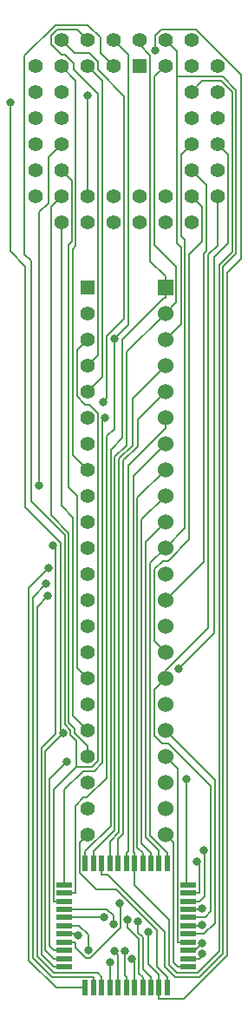
<source format=gbr>
%TF.GenerationSoftware,KiCad,Pcbnew,(6.0.4)*%
%TF.CreationDate,2022-05-05T12:14:13+01:00*%
%TF.ProjectId,LCC-QFP-44-to-DIL,4c43432d-5146-4502-9d34-342d746f2d44,rev?*%
%TF.SameCoordinates,Original*%
%TF.FileFunction,Copper,L1,Top*%
%TF.FilePolarity,Positive*%
%FSLAX46Y46*%
G04 Gerber Fmt 4.6, Leading zero omitted, Abs format (unit mm)*
G04 Created by KiCad (PCBNEW (6.0.4)) date 2022-05-05 12:14:13*
%MOMM*%
%LPD*%
G01*
G04 APERTURE LIST*
%TA.AperFunction,SMDPad,CuDef*%
%ADD10R,1.500000X0.520000*%
%TD*%
%TA.AperFunction,SMDPad,CuDef*%
%ADD11R,0.520000X1.500000*%
%TD*%
%TA.AperFunction,ComponentPad*%
%ADD12R,1.422400X1.422400*%
%TD*%
%TA.AperFunction,ComponentPad*%
%ADD13C,1.422400*%
%TD*%
%TA.AperFunction,ComponentPad*%
%ADD14R,1.524000X1.524000*%
%TD*%
%TA.AperFunction,ComponentPad*%
%ADD15C,1.524000*%
%TD*%
%TA.AperFunction,ViaPad*%
%ADD16C,0.800000*%
%TD*%
%TA.AperFunction,Conductor*%
%ADD17C,0.200000*%
%TD*%
G04 APERTURE END LIST*
D10*
%TO.P,IC2,1,PIN1*%
%TO.N,/PIN01*%
X134920000Y-150940000D03*
%TO.P,IC2,2,PIN2*%
%TO.N,/PIN02*%
X134920000Y-151740000D03*
%TO.P,IC2,3,PIN3*%
%TO.N,/PIN03*%
X134920000Y-152540000D03*
%TO.P,IC2,4,PIN4*%
%TO.N,/PIN04*%
X134920000Y-153340000D03*
%TO.P,IC2,5,PIN5*%
%TO.N,/PIN05*%
X134920000Y-154140000D03*
%TO.P,IC2,6,PIN6*%
%TO.N,/PIN06*%
X134920000Y-154940000D03*
%TO.P,IC2,7,PIN7*%
%TO.N,/PIN07*%
X134920000Y-155740000D03*
%TO.P,IC2,8,PIN8*%
%TO.N,/PIN08*%
X134920000Y-156540000D03*
%TO.P,IC2,9,PIN9*%
%TO.N,/PIN09*%
X134920000Y-157340000D03*
%TO.P,IC2,10,PIN10*%
%TO.N,/PIN10*%
X134920000Y-158140000D03*
%TO.P,IC2,11,PIN11*%
%TO.N,/PIN11*%
X134920000Y-158940000D03*
D11*
%TO.P,IC2,12,PIN12*%
%TO.N,/PIN12*%
X136970000Y-160990000D03*
%TO.P,IC2,13,PIN13*%
%TO.N,/PIN13*%
X137770000Y-160990000D03*
%TO.P,IC2,14,PIN14*%
%TO.N,/PIN14*%
X138570000Y-160990000D03*
%TO.P,IC2,15,PIN15*%
%TO.N,/PIN15*%
X139370000Y-160990000D03*
%TO.P,IC2,16,PIN16*%
%TO.N,/PIN16*%
X140170000Y-160990000D03*
%TO.P,IC2,17,PIN17*%
%TO.N,/PIN17*%
X140970000Y-160990000D03*
%TO.P,IC2,18,PIN18*%
%TO.N,/PIN18*%
X141770000Y-160990000D03*
%TO.P,IC2,19,PIN19*%
%TO.N,/PIN19*%
X142570000Y-160990000D03*
%TO.P,IC2,20,PIN20*%
%TO.N,/PIN20*%
X143370000Y-160990000D03*
%TO.P,IC2,21,PIN21*%
%TO.N,/PIN21*%
X144170000Y-160990000D03*
%TO.P,IC2,22,PIN22*%
%TO.N,/PIN22*%
X144970000Y-160990000D03*
D10*
%TO.P,IC2,23,PIN23*%
%TO.N,/PIN23*%
X147020000Y-158940000D03*
%TO.P,IC2,24,PIN24*%
%TO.N,/PIN24*%
X147020000Y-158140000D03*
%TO.P,IC2,25,PIN25*%
%TO.N,/PIN25*%
X147020000Y-157340000D03*
%TO.P,IC2,26,PIN26*%
%TO.N,/PIN26*%
X147020000Y-156540000D03*
%TO.P,IC2,27,PIN27*%
%TO.N,/PIN27*%
X147020000Y-155740000D03*
%TO.P,IC2,28,PIN28*%
%TO.N,/PIN28*%
X147020000Y-154940000D03*
%TO.P,IC2,29,PIN29*%
%TO.N,/PIN29*%
X147020000Y-154140000D03*
%TO.P,IC2,30,PIN30*%
%TO.N,/PIN30*%
X147020000Y-153340000D03*
%TO.P,IC2,31,PIN31*%
%TO.N,/PIN31*%
X147020000Y-152540000D03*
%TO.P,IC2,32,PIN32*%
%TO.N,/PIN32*%
X147020000Y-151740000D03*
%TO.P,IC2,33,PIN33*%
%TO.N,/PIN33*%
X147020000Y-150940000D03*
D11*
%TO.P,IC2,34,PIN34*%
%TO.N,/PIN34*%
X144970000Y-148890000D03*
%TO.P,IC2,35,PIN35*%
%TO.N,/PIN35*%
X144170000Y-148890000D03*
%TO.P,IC2,36,PIN36*%
%TO.N,/PIN36*%
X143370000Y-148890000D03*
%TO.P,IC2,37,PIN37*%
%TO.N,/PIN37*%
X142570000Y-148890000D03*
%TO.P,IC2,38,PIN38*%
%TO.N,/PIN38*%
X141770000Y-148890000D03*
%TO.P,IC2,39,PIN39*%
%TO.N,/PIN39*%
X140970000Y-148890000D03*
%TO.P,IC2,40,PIN40*%
%TO.N,/PIN40*%
X140170000Y-148890000D03*
%TO.P,IC2,41,PIN41*%
%TO.N,/PIN41*%
X139370000Y-148890000D03*
%TO.P,IC2,42,PIN42*%
%TO.N,/PIN42*%
X138570000Y-148890000D03*
%TO.P,IC2,43,PIN43*%
%TO.N,/PIN43*%
X137770000Y-148890000D03*
%TO.P,IC2,44,PIN44*%
%TO.N,/PIN44*%
X136970000Y-148890000D03*
%TD*%
D12*
%TO.P,IC1,1,PIN1*%
%TO.N,/PIN01*%
X142240000Y-71120000D03*
D13*
%TO.P,IC1,2,PIN2*%
%TO.N,/PIN02*%
X139700000Y-68580000D03*
%TO.P,IC1,3,PIN3*%
%TO.N,/PIN03*%
X139700000Y-71120000D03*
%TO.P,IC1,4,PIN4*%
%TO.N,/PIN04*%
X137160000Y-68580000D03*
%TO.P,IC1,5,PIN5*%
%TO.N,/PIN05*%
X137160000Y-71120000D03*
%TO.P,IC1,6,PIN6*%
%TO.N,/PIN06*%
X134620000Y-68580000D03*
%TO.P,IC1,7,PIN7*%
%TO.N,/PIN07*%
X132080000Y-71120000D03*
%TO.P,IC1,8,PIN8*%
%TO.N,/PIN08*%
X134620000Y-71120000D03*
%TO.P,IC1,9,PIN9*%
%TO.N,/PIN09*%
X132080000Y-73660000D03*
%TO.P,IC1,10,PIN10*%
%TO.N,/PIN10*%
X134620000Y-73660000D03*
%TO.P,IC1,11,PIN11*%
%TO.N,/PIN11*%
X132080000Y-76200000D03*
%TO.P,IC1,12,PIN12*%
%TO.N,/PIN12*%
X134620000Y-76200000D03*
%TO.P,IC1,13,PIN13*%
%TO.N,/PIN13*%
X132080000Y-78740000D03*
%TO.P,IC1,14,PIN14*%
%TO.N,/PIN14*%
X134620000Y-78740000D03*
%TO.P,IC1,15,PIN15*%
%TO.N,/PIN15*%
X132080000Y-81280000D03*
%TO.P,IC1,16,PIN16*%
%TO.N,/PIN16*%
X134620000Y-81280000D03*
%TO.P,IC1,17,PIN17*%
%TO.N,/PIN17*%
X132080000Y-83820000D03*
%TO.P,IC1,18,PIN18*%
%TO.N,/PIN18*%
X134620000Y-86360000D03*
%TO.P,IC1,19,PIN19*%
%TO.N,/PIN19*%
X134620000Y-83820000D03*
%TO.P,IC1,20,PIN20*%
%TO.N,/PIN20*%
X137160000Y-86360000D03*
%TO.P,IC1,21,PIN21*%
%TO.N,/PIN21*%
X137160000Y-83820000D03*
%TO.P,IC1,22,PIN22*%
%TO.N,/PIN22*%
X139700000Y-86360000D03*
%TO.P,IC1,23,PIN23*%
%TO.N,/PIN23*%
X139700000Y-83820000D03*
%TO.P,IC1,24,PIN24*%
%TO.N,/PIN24*%
X142240000Y-86360000D03*
%TO.P,IC1,25,PIN25*%
%TO.N,/PIN25*%
X142240000Y-83820000D03*
%TO.P,IC1,26,PIN26*%
%TO.N,/PIN26*%
X144780000Y-86360000D03*
%TO.P,IC1,27,PIN27*%
%TO.N,/PIN27*%
X144780000Y-83820000D03*
%TO.P,IC1,28,PIN28*%
%TO.N,/PIN28*%
X147320000Y-86360000D03*
%TO.P,IC1,29,PIN29*%
%TO.N,/PIN29*%
X149860000Y-83820000D03*
%TO.P,IC1,30,PIN30*%
%TO.N,/PIN30*%
X147320000Y-83820000D03*
%TO.P,IC1,31,PIN31*%
%TO.N,/PIN31*%
X149860000Y-81280000D03*
%TO.P,IC1,32,PIN32*%
%TO.N,/PIN32*%
X147320000Y-81280000D03*
%TO.P,IC1,33,PIN33*%
%TO.N,/PIN33*%
X149860000Y-78740000D03*
%TO.P,IC1,34,PIN34*%
%TO.N,/PIN34*%
X147320000Y-78740000D03*
%TO.P,IC1,35,PIN35*%
%TO.N,/PIN35*%
X149860000Y-76200000D03*
%TO.P,IC1,36,PIN36*%
%TO.N,/PIN36*%
X147320000Y-76200000D03*
%TO.P,IC1,37,PIN37*%
%TO.N,/PIN37*%
X149860000Y-73660000D03*
%TO.P,IC1,38,PIN38*%
%TO.N,/PIN38*%
X147320000Y-73660000D03*
%TO.P,IC1,39,PIN39*%
%TO.N,/PIN39*%
X149860000Y-71120000D03*
%TO.P,IC1,40,PIN40*%
%TO.N,/PIN40*%
X147320000Y-68580000D03*
%TO.P,IC1,41,PIN41*%
%TO.N,/PIN41*%
X147320000Y-71120000D03*
%TO.P,IC1,42,PIN42*%
%TO.N,/PIN42*%
X144780000Y-68580000D03*
%TO.P,IC1,43,PIN43*%
%TO.N,/PIN43*%
X144780000Y-71120000D03*
%TO.P,IC1,44,PIN44*%
%TO.N,/PIN44*%
X142240000Y-68580000D03*
%TD*%
D12*
%TO.P,J1-22,1,Pin_1*%
%TO.N,/PIN01*%
X137160000Y-92710000D03*
D13*
%TO.P,J1-22,2,Pin_2*%
%TO.N,/PIN02*%
X137160000Y-95250000D03*
%TO.P,J1-22,3,Pin_3*%
%TO.N,/PIN03*%
X137160000Y-97790000D03*
%TO.P,J1-22,4,Pin_4*%
%TO.N,/PIN04*%
X137160000Y-100330000D03*
%TO.P,J1-22,5,Pin_5*%
%TO.N,/PIN05*%
X137160000Y-102870000D03*
%TO.P,J1-22,6,Pin_6*%
%TO.N,/PIN06*%
X137160000Y-105410000D03*
%TO.P,J1-22,7,Pin_7*%
%TO.N,/PIN07*%
X137160000Y-107950000D03*
%TO.P,J1-22,8,Pin_8*%
%TO.N,/PIN08*%
X137160000Y-110490000D03*
%TO.P,J1-22,9,Pin_9*%
%TO.N,/PIN09*%
X137160000Y-113030000D03*
%TO.P,J1-22,10,Pin_10*%
%TO.N,/PIN10*%
X137160000Y-115570000D03*
%TO.P,J1-22,11,Pin_11*%
%TO.N,/PIN11*%
X137160000Y-118110000D03*
%TO.P,J1-22,12,Pin_12*%
%TO.N,/PIN12*%
X137160000Y-120650000D03*
%TO.P,J1-22,13,Pin_13*%
%TO.N,/PIN13*%
X137160000Y-123190000D03*
%TO.P,J1-22,14,Pin_14*%
%TO.N,/PIN14*%
X137160000Y-125730000D03*
%TO.P,J1-22,15,Pin_15*%
%TO.N,/PIN15*%
X137160000Y-128270000D03*
%TO.P,J1-22,16,Pin_16*%
%TO.N,/PIN16*%
X137160000Y-130810000D03*
%TO.P,J1-22,17,Pin_17*%
%TO.N,/PIN17*%
X137160000Y-133350000D03*
%TO.P,J1-22,18,Pin_18*%
%TO.N,/PIN18*%
X137160000Y-135890000D03*
%TO.P,J1-22,19,Pin_19*%
%TO.N,/PIN19*%
X137160000Y-138430000D03*
%TO.P,J1-22,20,Pin_20*%
%TO.N,/PIN20*%
X137160000Y-140970000D03*
%TO.P,J1-22,21,Pin_21*%
%TO.N,/PIN21*%
X137160000Y-143510000D03*
%TO.P,J1-22,22,Pin_22*%
%TO.N,/PIN22*%
X137160000Y-146050000D03*
%TD*%
D14*
%TO.P,J23-44,1,Pin_1*%
%TO.N,/PIN44*%
X144780000Y-92710000D03*
D15*
%TO.P,J23-44,2,Pin_2*%
%TO.N,/PIN43*%
X144780000Y-95250000D03*
%TO.P,J23-44,3,Pin_3*%
%TO.N,/PIN42*%
X144780000Y-97790000D03*
%TO.P,J23-44,4,Pin_4*%
%TO.N,/PIN41*%
X144780000Y-100330000D03*
%TO.P,J23-44,5,Pin_5*%
%TO.N,/PIN40*%
X144780000Y-102870000D03*
%TO.P,J23-44,6,Pin_6*%
%TO.N,/PIN39*%
X144780000Y-105410000D03*
%TO.P,J23-44,7,Pin_7*%
%TO.N,/PIN38*%
X144780000Y-107950000D03*
%TO.P,J23-44,8,Pin_8*%
%TO.N,/PIN37*%
X144780000Y-110490000D03*
%TO.P,J23-44,9,Pin_9*%
%TO.N,/PIN36*%
X144780000Y-113030000D03*
%TO.P,J23-44,10,Pin_10*%
%TO.N,/PIN35*%
X144780000Y-115570000D03*
%TO.P,J23-44,11,Pin_11*%
%TO.N,/PIN34*%
X144780000Y-118110000D03*
%TO.P,J23-44,12,Pin_12*%
%TO.N,/PIN33*%
X144780000Y-120650000D03*
%TO.P,J23-44,13,Pin_13*%
%TO.N,/PIN32*%
X144780000Y-123190000D03*
%TO.P,J23-44,14,Pin_14*%
%TO.N,/PIN31*%
X144780000Y-125730000D03*
%TO.P,J23-44,15,Pin_15*%
%TO.N,/PIN30*%
X144780000Y-128270000D03*
%TO.P,J23-44,16,Pin_16*%
%TO.N,/PIN29*%
X144780000Y-130810000D03*
%TO.P,J23-44,17,Pin_17*%
%TO.N,/PIN28*%
X144780000Y-133350000D03*
%TO.P,J23-44,18,Pin_18*%
%TO.N,/PIN27*%
X144780000Y-135890000D03*
%TO.P,J23-44,19,Pin_19*%
%TO.N,/PIN26*%
X144780000Y-138430000D03*
%TO.P,J23-44,20,Pin_20*%
%TO.N,/PIN25*%
X144780000Y-140970000D03*
%TO.P,J23-44,21,Pin_21*%
%TO.N,/PIN24*%
X144780000Y-143510000D03*
%TO.P,J23-44,22,Pin_22*%
%TO.N,/PIN23*%
X144780000Y-146050000D03*
%TD*%
D16*
%TO.N,/PIN01*%
X138899200Y-105453700D03*
%TO.N,/PIN02*%
X139769100Y-97744600D03*
%TO.N,/PIN04*%
X139719100Y-154777000D03*
%TO.N,/PIN05*%
X138816000Y-154073900D03*
%TO.N,/PIN06*%
X138698300Y-103871700D03*
X137234900Y-157324100D03*
%TO.N,/PIN07*%
X136293600Y-155867200D03*
%TO.N,/PIN08*%
X140282500Y-152750900D03*
%TO.N,/PIN09*%
X135135800Y-138945100D03*
%TO.N,/PIN10*%
X134794400Y-136172100D03*
X129611700Y-74697700D03*
%TO.N,/PIN11*%
X133834300Y-117887600D03*
%TO.N,/PIN12*%
X133336900Y-120090200D03*
%TO.N,/PIN13*%
X133139500Y-121615700D03*
%TO.N,/PIN14*%
X132486300Y-111989300D03*
X133303800Y-122790000D03*
%TO.N,/PIN15*%
X139370000Y-158465800D03*
%TO.N,/PIN16*%
X139780800Y-157432500D03*
%TO.N,/PIN17*%
X140820000Y-157395800D03*
%TO.N,/PIN18*%
X141520300Y-158130200D03*
%TO.N,/PIN19*%
X141119800Y-154368900D03*
%TO.N,/PIN20*%
X142127300Y-154558700D03*
%TO.N,/PIN21*%
X143112200Y-155543600D03*
X143768400Y-69589000D03*
X137160000Y-74022400D03*
%TO.N,/PIN24*%
X148381700Y-157630800D03*
%TO.N,/PIN25*%
X148391800Y-156630400D03*
%TO.N,/PIN28*%
X148398400Y-154827000D03*
%TO.N,/PIN30*%
X148378200Y-153298500D03*
%TO.N,/PIN31*%
X148504300Y-147580700D03*
%TO.N,/PIN32*%
X147879800Y-148671600D03*
%TO.N,/PIN33*%
X146050000Y-129891400D03*
X146835900Y-140629200D03*
%TD*%
D17*
%TO.N,/PIN01*%
X134920000Y-141700100D02*
X134920000Y-150940000D01*
X138899200Y-105453700D02*
X138650300Y-105702600D01*
X138650300Y-105702600D02*
X138650300Y-139064800D01*
X136746100Y-139874000D02*
X134920000Y-141700100D01*
X138650300Y-139064800D02*
X137841100Y-139874000D01*
X137841100Y-139874000D02*
X136746100Y-139874000D01*
%TO.N,/PIN02*%
X137127800Y-142456400D02*
X136760500Y-142456400D01*
X139769100Y-106514500D02*
X139050600Y-107233000D01*
X139700000Y-68580000D02*
X141163800Y-70043800D01*
X139769100Y-97744600D02*
X139769100Y-106514500D01*
X141163800Y-70043800D02*
X141163800Y-96349900D01*
X141163800Y-96349900D02*
X139769100Y-97744600D01*
X136760500Y-142456400D02*
X135970300Y-143246600D01*
X135970300Y-143246600D02*
X135970300Y-151740000D01*
X139050600Y-107233000D02*
X139050600Y-140533600D01*
X134920000Y-151740000D02*
X135970300Y-151740000D01*
X139050600Y-140533600D02*
X137127800Y-142456400D01*
%TO.N,/PIN03*%
X131661300Y-90107000D02*
X131661300Y-113526900D01*
X138430100Y-68378600D02*
X137209800Y-67158300D01*
X134947500Y-135334800D02*
X135494700Y-135882000D01*
X134920000Y-152540000D02*
X133869700Y-152540000D01*
X134032900Y-67158300D02*
X131043400Y-70147800D01*
X136082400Y-139473600D02*
X133869700Y-141686300D01*
X137160000Y-97790000D02*
X136135600Y-98814400D01*
X139700000Y-71120000D02*
X138430100Y-69850100D01*
X131043400Y-89489100D02*
X131661300Y-90107000D01*
X136952400Y-104140000D02*
X137360200Y-104140000D01*
X138430100Y-69850100D02*
X138430100Y-68378600D01*
X137584300Y-139473600D02*
X136082400Y-139473600D01*
X135494700Y-135882000D02*
X135494700Y-136305200D01*
X136135600Y-98814400D02*
X136135600Y-103323200D01*
X131661300Y-113526900D02*
X134947500Y-116813100D01*
X137360200Y-104140000D02*
X138198900Y-104978700D01*
X138198900Y-104978700D02*
X138198900Y-138859000D01*
X136082400Y-136892900D02*
X136082400Y-139473600D01*
X136135600Y-103323200D02*
X136952400Y-104140000D01*
X135494700Y-136305200D02*
X136082400Y-136892900D01*
X137209800Y-67158300D02*
X134032900Y-67158300D01*
X133869700Y-141686300D02*
X133869700Y-152540000D01*
X138198900Y-138859000D02*
X137584300Y-139473600D01*
X131043400Y-70147800D02*
X131043400Y-89489100D01*
X134947500Y-116813100D02*
X134947500Y-135334800D01*
%TO.N,/PIN04*%
X135970300Y-153340000D02*
X139090100Y-153340000D01*
X139090100Y-153340000D02*
X139719100Y-153969000D01*
X134943100Y-70012300D02*
X134609400Y-70012300D01*
X138178700Y-99311300D02*
X138178700Y-73814500D01*
X133608400Y-68149100D02*
X134198800Y-67558700D01*
X134198800Y-67558700D02*
X136138700Y-67558700D01*
X136138700Y-67558700D02*
X137160000Y-68580000D01*
X133608400Y-69011300D02*
X133608400Y-68149100D01*
X135802400Y-71438200D02*
X135802400Y-70871600D01*
X139719100Y-153969000D02*
X139719100Y-154777000D01*
X135802400Y-70871600D02*
X134943100Y-70012300D01*
X137160000Y-100330000D02*
X138178700Y-99311300D01*
X134609400Y-70012300D02*
X133608400Y-69011300D01*
X138178700Y-73814500D02*
X135802400Y-71438200D01*
X134920000Y-153340000D02*
X135970300Y-153340000D01*
%TO.N,/PIN05*%
X138614100Y-101415900D02*
X137160000Y-102870000D01*
X135970300Y-154140000D02*
X138749900Y-154140000D01*
X138749900Y-154140000D02*
X138816000Y-154073900D01*
X134920000Y-154140000D02*
X135970300Y-154140000D01*
X138614100Y-72574100D02*
X138614100Y-101415900D01*
X137160000Y-71120000D02*
X138614100Y-72574100D01*
%TO.N,/PIN06*%
X140738500Y-95784900D02*
X139068800Y-97454600D01*
X138171600Y-71497300D02*
X140738500Y-74064200D01*
X137324100Y-69850000D02*
X138171600Y-70697500D01*
X139068800Y-97454600D02*
X139068800Y-103501200D01*
X140738500Y-74064200D02*
X140738500Y-95784900D01*
X138171600Y-70697500D02*
X138171600Y-71497300D01*
X137234900Y-155817500D02*
X136357400Y-154940000D01*
X137234900Y-157324100D02*
X137234900Y-155817500D01*
X134620000Y-68580000D02*
X135890000Y-69850000D01*
X136357400Y-154940000D02*
X134920000Y-154940000D01*
X139068800Y-103501200D02*
X138698300Y-103871700D01*
X135890000Y-69850000D02*
X137324100Y-69850000D01*
%TO.N,/PIN07*%
X136293600Y-155867200D02*
X136166400Y-155740000D01*
X136166400Y-155740000D02*
X134920000Y-155740000D01*
%TO.N,/PIN08*%
X137481700Y-158069800D02*
X136977300Y-158069800D01*
X136035500Y-72535500D02*
X134620000Y-71120000D01*
X135735200Y-109065200D02*
X135735200Y-88958500D01*
X134920000Y-156540000D02*
X135970300Y-156540000D01*
X136977300Y-158069800D02*
X135970300Y-157062800D01*
X140419500Y-155132000D02*
X137481700Y-158069800D01*
X135970300Y-157062800D02*
X135970300Y-156540000D01*
X135735200Y-88958500D02*
X136035500Y-88658200D01*
X136035500Y-88658200D02*
X136035500Y-72535500D01*
X140282500Y-152750900D02*
X140419500Y-152887900D01*
X140419500Y-152887900D02*
X140419500Y-155132000D01*
X137160000Y-110490000D02*
X135735200Y-109065200D01*
%TO.N,/PIN09*%
X133469400Y-156939700D02*
X133469400Y-140611500D01*
X133469400Y-140611500D02*
X135135800Y-138945100D01*
X134920000Y-157340000D02*
X133869700Y-157340000D01*
X133869700Y-157340000D02*
X133469400Y-156939700D01*
%TO.N,/PIN10*%
X134794400Y-136172100D02*
X134547000Y-135924700D01*
X133069100Y-137897400D02*
X134794400Y-136172100D01*
X134547000Y-135924700D02*
X134547000Y-117600100D01*
X133069100Y-157339400D02*
X133069100Y-137897400D01*
X133869700Y-158140000D02*
X133069100Y-157339400D01*
X131120400Y-114173500D02*
X131120400Y-90698400D01*
X134547000Y-117600100D02*
X131120400Y-114173500D01*
X129611700Y-89189700D02*
X129611700Y-74697700D01*
X134920000Y-158140000D02*
X133869700Y-158140000D01*
X131120400Y-90698400D02*
X129611700Y-89189700D01*
%TO.N,/PIN11*%
X134065600Y-136226100D02*
X134065600Y-118118900D01*
X132668800Y-157739100D02*
X132668800Y-137622900D01*
X133869700Y-158940000D02*
X132668800Y-157739100D01*
X132668800Y-137622900D02*
X134065600Y-136226100D01*
X134920000Y-158940000D02*
X133869700Y-158940000D01*
X134065600Y-118118900D02*
X133834300Y-117887600D01*
%TO.N,/PIN12*%
X131416800Y-158297500D02*
X131416800Y-122010300D01*
X136970000Y-160990000D02*
X134109300Y-160990000D01*
X134109300Y-160990000D02*
X131416800Y-158297500D01*
X131416800Y-122010300D02*
X133336900Y-120090200D01*
%TO.N,/PIN13*%
X137770000Y-160990000D02*
X137770000Y-159939700D01*
X131817200Y-158072700D02*
X131817200Y-122938000D01*
X131817200Y-122938000D02*
X133139500Y-121615700D01*
X133684200Y-159939700D02*
X131817200Y-158072700D01*
X137770000Y-159939700D02*
X133684200Y-159939700D01*
%TO.N,/PIN14*%
X132236100Y-157903500D02*
X132236100Y-123857700D01*
X138570000Y-159939700D02*
X138169700Y-159539400D01*
X138169700Y-159539400D02*
X133872000Y-159539400D01*
X132236100Y-123857700D02*
X133303800Y-122790000D01*
X132486300Y-85387400D02*
X133350000Y-84523700D01*
X132486300Y-111989300D02*
X132486300Y-85387400D01*
X133350000Y-84523700D02*
X133350000Y-80010000D01*
X133350000Y-80010000D02*
X134620000Y-78740000D01*
X133872000Y-159539400D02*
X132236100Y-157903500D01*
X138570000Y-160990000D02*
X138570000Y-159939700D01*
%TO.N,/PIN15*%
X139370000Y-160990000D02*
X139370000Y-158465800D01*
%TO.N,/PIN16*%
X135293600Y-88551000D02*
X135635200Y-88209400D01*
X136148500Y-113021200D02*
X135293600Y-112166300D01*
X135635200Y-82295200D02*
X134620000Y-81280000D01*
X135293600Y-112166300D02*
X135293600Y-88551000D01*
X135635200Y-88209400D02*
X135635200Y-82295200D01*
X137160000Y-130810000D02*
X136148500Y-129798500D01*
X136148500Y-129798500D02*
X136148500Y-113021200D01*
X139780800Y-157432500D02*
X140170000Y-157821700D01*
X140170000Y-157821700D02*
X140170000Y-160990000D01*
%TO.N,/PIN17*%
X140820000Y-159789700D02*
X140970000Y-159939700D01*
X140970000Y-160990000D02*
X140970000Y-159939700D01*
X140820000Y-157395800D02*
X140820000Y-159789700D01*
%TO.N,/PIN18*%
X134620000Y-113989100D02*
X135748200Y-115117300D01*
X134620000Y-86360000D02*
X134620000Y-113989100D01*
X141770000Y-158379900D02*
X141520300Y-158130200D01*
X141770000Y-160990000D02*
X141770000Y-158379900D01*
X135748200Y-115117300D02*
X135748200Y-134478200D01*
X135748200Y-134478200D02*
X137160000Y-135890000D01*
%TO.N,/PIN19*%
X137160000Y-137404400D02*
X135895000Y-136139400D01*
X135347800Y-116647300D02*
X133603000Y-114902500D01*
X142220600Y-156245500D02*
X141119800Y-155144700D01*
X135347800Y-135169000D02*
X135347800Y-116647300D01*
X137160000Y-138430000D02*
X137160000Y-137404400D01*
X133603000Y-114902500D02*
X133603000Y-84837000D01*
X142220600Y-159590300D02*
X142220600Y-156245500D01*
X133603000Y-84837000D02*
X134620000Y-83820000D01*
X141119800Y-155144700D02*
X141119800Y-154368900D01*
X135895000Y-136139400D02*
X135895000Y-135716200D01*
X142570000Y-159939700D02*
X142220600Y-159590300D01*
X135895000Y-135716200D02*
X135347800Y-135169000D01*
X142570000Y-160990000D02*
X142570000Y-159939700D01*
%TO.N,/PIN20*%
X142620900Y-159190600D02*
X142620900Y-156079700D01*
X143370000Y-160990000D02*
X143370000Y-159939700D01*
X142620900Y-156079700D02*
X142127300Y-155586100D01*
X142127300Y-155586100D02*
X142127300Y-154558700D01*
X143370000Y-159939700D02*
X142620900Y-159190600D01*
%TO.N,/PIN21*%
X147737900Y-67557800D02*
X144349800Y-67557800D01*
X144170000Y-160990000D02*
X144170000Y-162040300D01*
X144349800Y-67557800D02*
X143768400Y-68139200D01*
X144170000Y-160990000D02*
X144170000Y-159705900D01*
X144170000Y-159705900D02*
X143112200Y-158648100D01*
X146600900Y-162040300D02*
X150819600Y-157821600D01*
X150819600Y-157821600D02*
X150819600Y-91265300D01*
X143768400Y-68139200D02*
X143768400Y-69589000D01*
X143112200Y-158648100D02*
X143112200Y-155543600D01*
X152167900Y-89917000D02*
X152167900Y-71987800D01*
X152167900Y-71987800D02*
X147737900Y-67557800D01*
X144170000Y-162040300D02*
X146600900Y-162040300D01*
X137160000Y-83820000D02*
X137160000Y-74022400D01*
X150819600Y-91265300D02*
X152167900Y-89917000D01*
%TO.N,/PIN22*%
X137160000Y-146050000D02*
X136409600Y-146800400D01*
X136409600Y-149797800D02*
X138038200Y-151426400D01*
X138038200Y-151426400D02*
X139996900Y-151426400D01*
X136409600Y-146800400D02*
X136409600Y-149797800D01*
X143951900Y-158921600D02*
X144970000Y-159939700D01*
X139996900Y-151426400D02*
X143951900Y-155381400D01*
X143951900Y-155381400D02*
X143951900Y-158921600D01*
X144970000Y-160990000D02*
X144970000Y-159939700D01*
%TO.N,/PIN23*%
X145554300Y-146824300D02*
X144780000Y-146050000D01*
X147020000Y-158940000D02*
X145969700Y-158940000D01*
X145969700Y-158940000D02*
X145554300Y-158524600D01*
X145554300Y-158524600D02*
X145554300Y-146824300D01*
%TO.N,/PIN24*%
X148381700Y-157828600D02*
X148381700Y-157630800D01*
X148070300Y-158140000D02*
X148381700Y-157828600D01*
X147020000Y-158140000D02*
X148070300Y-158140000D01*
%TO.N,/PIN25*%
X147682200Y-157340000D02*
X147020000Y-157340000D01*
X148391800Y-156630400D02*
X147682200Y-157340000D01*
%TO.N,/PIN26*%
X144780000Y-138430000D02*
X145969700Y-139619700D01*
X145969700Y-139619700D02*
X145969700Y-156540000D01*
X147020000Y-156540000D02*
X145969700Y-156540000D01*
%TO.N,/PIN27*%
X149616900Y-154670600D02*
X149616900Y-140726900D01*
X148070300Y-155740000D02*
X148547500Y-155740000D01*
X148547500Y-155740000D02*
X149616900Y-154670600D01*
X149616900Y-140726900D02*
X144780000Y-135890000D01*
X147020000Y-155740000D02*
X148070300Y-155740000D01*
%TO.N,/PIN28*%
X148398400Y-154827000D02*
X148183300Y-154827000D01*
X148183300Y-154827000D02*
X148070300Y-154940000D01*
X147020000Y-154940000D02*
X148070300Y-154940000D01*
%TO.N,/PIN29*%
X145026000Y-137160000D02*
X149216500Y-141350500D01*
X144473500Y-137160000D02*
X145026000Y-137160000D01*
X147020000Y-154140000D02*
X148070300Y-154140000D01*
X149860000Y-88616200D02*
X148961100Y-89515100D01*
X149216500Y-153544900D02*
X148688600Y-154072800D01*
X144780000Y-130077400D02*
X144780000Y-130810000D01*
X148961100Y-125896300D02*
X144780000Y-130077400D01*
X149216500Y-141350500D02*
X149216500Y-153544900D01*
X148688600Y-154072800D02*
X148137500Y-154072800D01*
X143704300Y-131885700D02*
X143704300Y-136390800D01*
X148137500Y-154072800D02*
X148070300Y-154140000D01*
X143704300Y-136390800D02*
X144473500Y-137160000D01*
X149860000Y-83820000D02*
X149860000Y-88616200D01*
X148961100Y-89515100D02*
X148961100Y-125896300D01*
X144780000Y-130810000D02*
X143704300Y-131885700D01*
%TO.N,/PIN30*%
X144510800Y-119380000D02*
X145020700Y-119380000D01*
X144780000Y-128270000D02*
X143704300Y-127194300D01*
X148360700Y-88270700D02*
X148360700Y-84860700D01*
X143704300Y-120186500D02*
X144510800Y-119380000D01*
X148360700Y-84860700D02*
X147320000Y-83820000D01*
X147092800Y-117307900D02*
X147092800Y-89538600D01*
X147020000Y-153340000D02*
X148070300Y-153340000D01*
X148070300Y-153340000D02*
X148111700Y-153298600D01*
X145020700Y-119380000D02*
X147092800Y-117307900D01*
X148111700Y-153298600D02*
X148378200Y-153298600D01*
X148378200Y-153298600D02*
X148378200Y-153298500D01*
X143704300Y-127194300D02*
X143704300Y-120186500D01*
X147092800Y-89538600D02*
X148360700Y-88270700D01*
%TO.N,/PIN31*%
X147020000Y-152540000D02*
X148070300Y-152540000D01*
X148580100Y-152030200D02*
X148580100Y-147656500D01*
X148070300Y-152540000D02*
X148580100Y-152030200D01*
X148580100Y-147656500D02*
X148504300Y-147580700D01*
%TO.N,/PIN32*%
X147020000Y-151740000D02*
X148070300Y-151740000D01*
X148761200Y-89148900D02*
X148761200Y-82721200D01*
X148526500Y-119443500D02*
X148526500Y-89383600D01*
X147879800Y-148671600D02*
X148070300Y-148862100D01*
X148070300Y-148862100D02*
X148070300Y-151740000D01*
X144780000Y-123190000D02*
X148526500Y-119443500D01*
X148761200Y-82721200D02*
X147320000Y-81280000D01*
X148526500Y-89383600D02*
X148761200Y-89148900D01*
%TO.N,/PIN33*%
X150903200Y-79783200D02*
X149860000Y-78740000D01*
X147020000Y-150940000D02*
X146835900Y-150755900D01*
X149561600Y-89732200D02*
X150903200Y-88390600D01*
X146050000Y-129891400D02*
X149561600Y-126379800D01*
X150903200Y-88390600D02*
X150903200Y-79783200D01*
X146835900Y-150755900D02*
X146835900Y-140629200D01*
X149561600Y-126379800D02*
X149561600Y-89732200D01*
%TO.N,/PIN34*%
X147320000Y-78740000D02*
X146292100Y-79767900D01*
X146292100Y-79767900D02*
X146292100Y-87698700D01*
X146692400Y-116197600D02*
X144780000Y-118110000D01*
X146692400Y-88099000D02*
X146692400Y-116197600D01*
X143303900Y-119586100D02*
X144780000Y-118110000D01*
X143303900Y-146173600D02*
X143303900Y-119586100D01*
X146292100Y-87698700D02*
X146692400Y-88099000D01*
X144970000Y-148890000D02*
X144970000Y-147839700D01*
X144970000Y-147839700D02*
X143303900Y-146173600D01*
%TO.N,/PIN35*%
X142853700Y-117496300D02*
X142853700Y-146289700D01*
X144780000Y-115570000D02*
X142853700Y-117496300D01*
X144170000Y-147606000D02*
X144170000Y-148890000D01*
X142853700Y-146289700D02*
X144170000Y-147606000D01*
%TO.N,/PIN36*%
X144780000Y-113030000D02*
X142453300Y-115356700D01*
X143370000Y-148890000D02*
X143370000Y-147839700D01*
X142453300Y-115356700D02*
X142453300Y-146923000D01*
X142453300Y-146923000D02*
X143370000Y-147839700D01*
%TO.N,/PIN37*%
X144780000Y-110490000D02*
X142053000Y-113217000D01*
X142053000Y-113217000D02*
X142053000Y-147322700D01*
X142570000Y-148890000D02*
X142570000Y-147839700D01*
X142053000Y-147322700D02*
X142570000Y-147839700D01*
%TO.N,/PIN38*%
X148380900Y-72599100D02*
X150233100Y-72599100D01*
X145153900Y-154380900D02*
X141770000Y-150997000D01*
X150233100Y-72599100D02*
X151303600Y-73669600D01*
X151303600Y-89232500D02*
X150018800Y-90517300D01*
X150018800Y-90517300D02*
X150018800Y-157435700D01*
X141652700Y-147722400D02*
X141770000Y-147839700D01*
X151303600Y-73669600D02*
X151303600Y-89232500D01*
X144780000Y-107950000D02*
X141652700Y-111077300D01*
X145896600Y-159500400D02*
X145153900Y-158757700D01*
X147954100Y-159500400D02*
X145896600Y-159500400D01*
X141770000Y-148890000D02*
X141770000Y-147839700D01*
X141652700Y-111077300D02*
X141652700Y-147722400D01*
X141770000Y-150997000D02*
X141770000Y-148890000D01*
X147320000Y-73660000D02*
X148380900Y-72599100D01*
X145153900Y-158757700D02*
X145153900Y-154380900D01*
X150018800Y-157435700D02*
X147954100Y-159500400D01*
%TO.N,/PIN39*%
X144780000Y-106447500D02*
X141149800Y-110077700D01*
X141149800Y-110077700D02*
X141149800Y-147659900D01*
X141149800Y-147659900D02*
X140970000Y-147839700D01*
X140970000Y-148890000D02*
X140970000Y-147839700D01*
X144780000Y-105410000D02*
X144780000Y-106447500D01*
%TO.N,/PIN40*%
X140651800Y-109595600D02*
X140651800Y-145988800D01*
X140651800Y-145988800D02*
X140170000Y-146470600D01*
X142054800Y-105595200D02*
X142054800Y-108192600D01*
X142054800Y-108192600D02*
X140651800Y-109595600D01*
X140170000Y-146470600D02*
X140170000Y-148890000D01*
X144780000Y-102870000D02*
X142054800Y-105595200D01*
%TO.N,/PIN41*%
X144780000Y-100330000D02*
X141569100Y-103540900D01*
X141569100Y-103540900D02*
X141569100Y-108112200D01*
X140251500Y-145822800D02*
X139370000Y-146704300D01*
X141569100Y-108112200D02*
X140251500Y-109429800D01*
X140251500Y-109429800D02*
X140251500Y-145822800D01*
X139370000Y-146704300D02*
X139370000Y-148890000D01*
%TO.N,/PIN42*%
X150419200Y-90691000D02*
X150419200Y-157655700D01*
X145891700Y-72165100D02*
X150365400Y-72165100D01*
X151704000Y-73503700D02*
X151704000Y-89406200D01*
X151704000Y-89406200D02*
X150419200Y-90691000D01*
X138570000Y-148890000D02*
X138570000Y-149940300D01*
X139138100Y-149940300D02*
X138570000Y-149940300D01*
X145891700Y-69691700D02*
X145891700Y-72165100D01*
X144753500Y-155555700D02*
X139138100Y-149940300D01*
X145891700Y-88400000D02*
X146292000Y-88800300D01*
X145744800Y-159927400D02*
X144753500Y-158936100D01*
X144753500Y-158936100D02*
X144753500Y-155555700D01*
X146292000Y-88800300D02*
X146292000Y-96278000D01*
X150419200Y-157655700D02*
X148147500Y-159927400D01*
X144780000Y-68580000D02*
X145891700Y-69691700D01*
X146292000Y-96278000D02*
X144780000Y-97790000D01*
X145891700Y-72165100D02*
X145891700Y-88400000D01*
X148147500Y-159927400D02*
X145744800Y-159927400D01*
X150365400Y-72165100D02*
X151704000Y-73503700D01*
%TO.N,/PIN44*%
X143317400Y-90185100D02*
X144780000Y-91647700D01*
X144647200Y-93772300D02*
X140602300Y-97817200D01*
X142240000Y-69050900D02*
X143317400Y-70128300D01*
X139450900Y-145208200D02*
X136970000Y-147689100D01*
X142240000Y-68580000D02*
X142240000Y-69050900D01*
X140602300Y-107380700D02*
X139450900Y-108532100D01*
X144780000Y-92710000D02*
X144780000Y-93772300D01*
X144780000Y-92710000D02*
X144780000Y-91647700D01*
X139450900Y-108532100D02*
X139450900Y-145208200D01*
X144780000Y-93772300D02*
X144647200Y-93772300D01*
X136970000Y-147689100D02*
X136970000Y-148890000D01*
X140602300Y-97817200D02*
X140602300Y-107380700D01*
X143317400Y-70128300D02*
X143317400Y-90185100D01*
%TO.N,/PIN43*%
X143717800Y-88574100D02*
X145842300Y-90698600D01*
X141027500Y-99002500D02*
X141027500Y-108087700D01*
X145842300Y-94187700D02*
X144780000Y-95250000D01*
X145842300Y-90698600D02*
X145842300Y-94187700D01*
X139851200Y-109264000D02*
X139851200Y-145606000D01*
X144780000Y-95250000D02*
X141027500Y-99002500D01*
X139851200Y-145606000D02*
X137770000Y-147687200D01*
X137770000Y-147687200D02*
X137770000Y-148890000D01*
X141027500Y-108087700D02*
X139851200Y-109264000D01*
X144780000Y-71120000D02*
X143717800Y-72182200D01*
X143717800Y-72182200D02*
X143717800Y-88574100D01*
%TD*%
M02*

</source>
